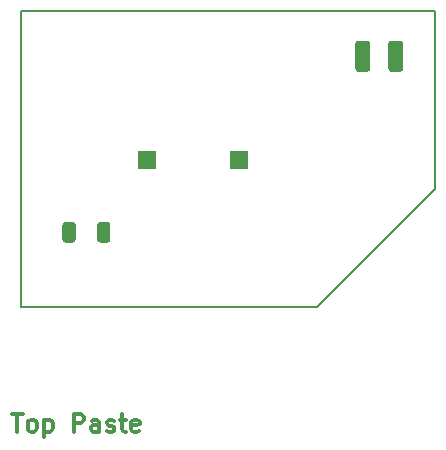
<source format=gbr>
%TF.GenerationSoftware,KiCad,Pcbnew,(5.1.9)-1*%
%TF.CreationDate,2021-07-03T23:42:05+08:00*%
%TF.ProjectId,Task1,5461736b-312e-46b6-9963-61645f706362,rev?*%
%TF.SameCoordinates,Original*%
%TF.FileFunction,Paste,Top*%
%TF.FilePolarity,Positive*%
%FSLAX46Y46*%
G04 Gerber Fmt 4.6, Leading zero omitted, Abs format (unit mm)*
G04 Created by KiCad (PCBNEW (5.1.9)-1) date 2021-07-03 23:42:05*
%MOMM*%
%LPD*%
G01*
G04 APERTURE LIST*
%ADD10C,0.300000*%
%TA.AperFunction,Profile*%
%ADD11C,0.200000*%
%TD*%
%ADD12R,1.500000X1.500000*%
G04 APERTURE END LIST*
D10*
X79235714Y-124078571D02*
X80092857Y-124078571D01*
X79664285Y-125578571D02*
X79664285Y-124078571D01*
X80807142Y-125578571D02*
X80664285Y-125507142D01*
X80592857Y-125435714D01*
X80521428Y-125292857D01*
X80521428Y-124864285D01*
X80592857Y-124721428D01*
X80664285Y-124650000D01*
X80807142Y-124578571D01*
X81021428Y-124578571D01*
X81164285Y-124650000D01*
X81235714Y-124721428D01*
X81307142Y-124864285D01*
X81307142Y-125292857D01*
X81235714Y-125435714D01*
X81164285Y-125507142D01*
X81021428Y-125578571D01*
X80807142Y-125578571D01*
X81950000Y-124578571D02*
X81950000Y-126078571D01*
X81950000Y-124650000D02*
X82092857Y-124578571D01*
X82378571Y-124578571D01*
X82521428Y-124650000D01*
X82592857Y-124721428D01*
X82664285Y-124864285D01*
X82664285Y-125292857D01*
X82592857Y-125435714D01*
X82521428Y-125507142D01*
X82378571Y-125578571D01*
X82092857Y-125578571D01*
X81950000Y-125507142D01*
X84450000Y-125578571D02*
X84450000Y-124078571D01*
X85021428Y-124078571D01*
X85164285Y-124150000D01*
X85235714Y-124221428D01*
X85307142Y-124364285D01*
X85307142Y-124578571D01*
X85235714Y-124721428D01*
X85164285Y-124792857D01*
X85021428Y-124864285D01*
X84450000Y-124864285D01*
X86592857Y-125578571D02*
X86592857Y-124792857D01*
X86521428Y-124650000D01*
X86378571Y-124578571D01*
X86092857Y-124578571D01*
X85950000Y-124650000D01*
X86592857Y-125507142D02*
X86450000Y-125578571D01*
X86092857Y-125578571D01*
X85950000Y-125507142D01*
X85878571Y-125364285D01*
X85878571Y-125221428D01*
X85950000Y-125078571D01*
X86092857Y-125007142D01*
X86450000Y-125007142D01*
X86592857Y-124935714D01*
X87235714Y-125507142D02*
X87378571Y-125578571D01*
X87664285Y-125578571D01*
X87807142Y-125507142D01*
X87878571Y-125364285D01*
X87878571Y-125292857D01*
X87807142Y-125150000D01*
X87664285Y-125078571D01*
X87450000Y-125078571D01*
X87307142Y-125007142D01*
X87235714Y-124864285D01*
X87235714Y-124792857D01*
X87307142Y-124650000D01*
X87450000Y-124578571D01*
X87664285Y-124578571D01*
X87807142Y-124650000D01*
X88307142Y-124578571D02*
X88878571Y-124578571D01*
X88521428Y-124078571D02*
X88521428Y-125364285D01*
X88592857Y-125507142D01*
X88735714Y-125578571D01*
X88878571Y-125578571D01*
X89950000Y-125507142D02*
X89807142Y-125578571D01*
X89521428Y-125578571D01*
X89378571Y-125507142D01*
X89307142Y-125364285D01*
X89307142Y-124792857D01*
X89378571Y-124650000D01*
X89521428Y-124578571D01*
X89807142Y-124578571D01*
X89950000Y-124650000D01*
X90021428Y-124792857D01*
X90021428Y-124935714D01*
X89307142Y-125078571D01*
D11*
X80000000Y-90000000D02*
X80000000Y-115000000D01*
X115000000Y-105000000D02*
X105000000Y-115000000D01*
X115000000Y-90000000D02*
X115000000Y-105000000D01*
X80000000Y-115000000D02*
X105000000Y-115000000D01*
X80000000Y-90000000D02*
X115000000Y-90000000D01*
%TO.C,R1*%
G36*
G01*
X86400000Y-109325001D02*
X86400000Y-108074999D01*
G75*
G02*
X86649999Y-107825000I249999J0D01*
G01*
X87275001Y-107825000D01*
G75*
G02*
X87525000Y-108074999I0J-249999D01*
G01*
X87525000Y-109325001D01*
G75*
G02*
X87275001Y-109575000I-249999J0D01*
G01*
X86649999Y-109575000D01*
G75*
G02*
X86400000Y-109325001I0J249999D01*
G01*
G37*
G36*
G01*
X83475000Y-109325001D02*
X83475000Y-108074999D01*
G75*
G02*
X83724999Y-107825000I249999J0D01*
G01*
X84350001Y-107825000D01*
G75*
G02*
X84600000Y-108074999I0J-249999D01*
G01*
X84600000Y-109325001D01*
G75*
G02*
X84350001Y-109575000I-249999J0D01*
G01*
X83724999Y-109575000D01*
G75*
G02*
X83475000Y-109325001I0J249999D01*
G01*
G37*
%TD*%
D12*
%TO.C,SW1*%
X90600000Y-102600000D03*
X98400000Y-102600000D03*
%TD*%
%TO.C,D1*%
G36*
G01*
X109525000Y-92725000D02*
X109525000Y-94875000D01*
G75*
G02*
X109275000Y-95125000I-250000J0D01*
G01*
X108525000Y-95125000D01*
G75*
G02*
X108275000Y-94875000I0J250000D01*
G01*
X108275000Y-92725000D01*
G75*
G02*
X108525000Y-92475000I250000J0D01*
G01*
X109275000Y-92475000D01*
G75*
G02*
X109525000Y-92725000I0J-250000D01*
G01*
G37*
G36*
G01*
X112325000Y-92725000D02*
X112325000Y-94875000D01*
G75*
G02*
X112075000Y-95125000I-250000J0D01*
G01*
X111325000Y-95125000D01*
G75*
G02*
X111075000Y-94875000I0J250000D01*
G01*
X111075000Y-92725000D01*
G75*
G02*
X111325000Y-92475000I250000J0D01*
G01*
X112075000Y-92475000D01*
G75*
G02*
X112325000Y-92725000I0J-250000D01*
G01*
G37*
%TD*%
M02*

</source>
